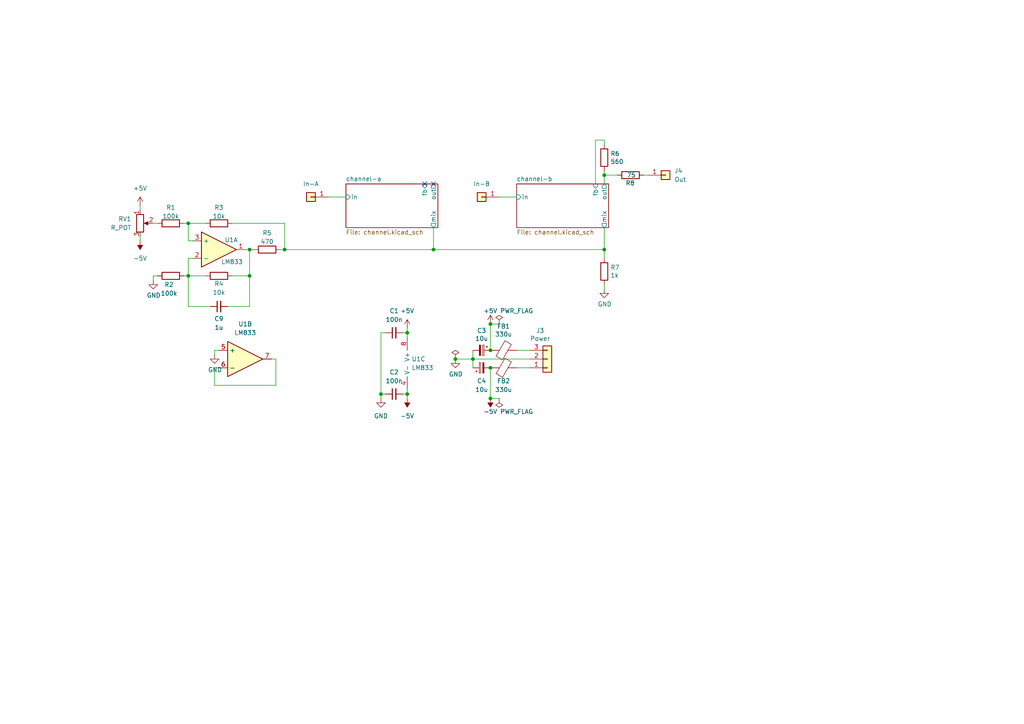
<source format=kicad_sch>
(kicad_sch (version 20250114) (generator "eeschema") (generator_version "9.0")
  (paper "A4")
  (lib_symbols
    (symbol "synkie_symbols:+5V" (power) (pin_names (offset 0))
      (property "Value" "+5V" (at 0 3.556 0))
      (symbol "+5V_0_1"
        (polyline (pts (xy -0.762 1.27) (xy 0 2.54)))
        (polyline (pts (xy 0 2.54) (xy 0.762 1.27)))
        (polyline (pts (xy 0 0) (xy 0 2.54)))
      )
      (symbol "+5V_1_1"
        (pin power_in line (at 0 0 90) (length 0) (hide yes) (name "+5V") (number "1"))
      )
    )
    (symbol "synkie_symbols:-5V" (power) (pin_names (offset 0))
      (property "Value" "-5V" (at 0 3.81 0))
      (symbol "-5V_0_0"
        (pin power_in line (at 0 0 90) (length 0) (hide yes) (name "-5V") (number "1"))
      )
      (symbol "-5V_0_1"
        (polyline (pts (xy 0 0) (xy 0 1.27) (xy 0.762 1.27) (xy 0 2.54) (xy -0.762 1.27) (xy 0 1.27)) (fill (type outline)))
      )
    )
    (symbol "synkie_symbols:CP_Small" (pin_numbers (hide yes)) (pin_names (offset 0.254) (hide yes))
      (property "Reference" "C" (at 0.254 1.778 0))
      (property "Value" "CP_Small" (at 0.254 -2.032 0))
      (symbol "CP_Small_0_1"
        (rectangle (start -1.524 0.6858) (end 1.524 0.3048))
        (rectangle (start -1.524 -0.3048) (end 1.524 -0.6858) (fill (type outline)))
        (polyline (pts (xy -1.27 1.524) (xy -0.762 1.524)))
        (polyline (pts (xy -1.016 1.27) (xy -1.016 1.778)))
      )
      (symbol "CP_Small_1_1"
        (pin passive line (at 0 2.54 270) (length 1.8542) (name "~") (number "1"))
        (pin passive line (at 0 -2.54 90) (length 1.8542) (name "~") (number "2"))
      )
    )
    (symbol "synkie_symbols:C_Small" (pin_numbers (hide yes)) (pin_names (offset 0.254) (hide yes))
      (property "Reference" "C" (at 0.254 1.778 0))
      (property "Value" "C_Small" (at 0.254 -2.032 0))
      (symbol "C_Small_0_1"
        (polyline (pts (xy -1.524 0.508) (xy 1.524 0.508)) (stroke (width 0.3048)))
        (polyline (pts (xy -1.524 -0.508) (xy 1.524 -0.508)) (stroke (width 0.3302)))
      )
      (symbol "C_Small_1_1"
        (pin passive line (at 0 2.54 270) (length 2.032) (name "~") (number "1"))
        (pin passive line (at 0 -2.54 90) (length 2.032) (name "~") (number "2"))
      )
    )
    (symbol "synkie_symbols:Conn_01x01" (pin_names (offset 1.016) (hide yes))
      (property "Reference" "J" (at 0 2.54 0))
      (property "Value" "Conn_01x01" (at 0 -2.54 0))
      (symbol "Conn_01x01_1_1"
        (rectangle (start -1.27 1.27) (end 1.27 -1.27) (stroke (width 0.254)) (fill (type background)))
        (rectangle (start -1.27 0.127) (end 0 -0.127) (stroke (width 0.1524)))
        (pin passive line (at -5.08 0 0) (length 3.81) (name "Pin_1") (number "1"))
      )
    )
    (symbol "synkie_symbols:Conn_01x03" (pin_names (offset 1.016) (hide yes))
      (property "Reference" "J" (at 0 5.08 0))
      (property "Value" "Conn_01x03" (at 0 -5.08 0))
      (symbol "Conn_01x03_1_1"
        (rectangle (start -1.27 3.81) (end 1.27 -3.81) (stroke (width 0.254)) (fill (type background)))
        (rectangle (start -1.27 2.667) (end 0 2.413) (stroke (width 0.1524)))
        (rectangle (start -1.27 0.127) (end 0 -0.127) (stroke (width 0.1524)))
        (rectangle (start -1.27 -2.413) (end 0 -2.667) (stroke (width 0.1524)))
        (pin passive line (at -5.08 2.54 0) (length 3.81) (name "Pin_1") (number "1"))
        (pin passive line (at -5.08 0 0) (length 3.81) (name "Pin_2") (number "2"))
        (pin passive line (at -5.08 -2.54 0) (length 3.81) (name "Pin_3") (number "3"))
      )
    )
    (symbol "synkie_symbols:Ferrite_Bead" (pin_numbers (hide yes)) (pin_names (offset 0))
      (property "Reference" "FB" (at -3.81 0.635 90))
      (property "Value" "Ferrite_Bead" (at 3.81 0 90))
      (symbol "Ferrite_Bead_0_1"
        (polyline (pts (xy -2.7686 0.4064) (xy -1.7018 2.2606) (xy 2.7686 -0.3048) (xy 1.6764 -2.159) (xy -2.7686 0.4064)))
        (polyline (pts (xy 0 1.27) (xy 0 1.2954)))
        (polyline (pts (xy 0 -1.27) (xy 0 -1.2192)))
      )
      (symbol "Ferrite_Bead_1_1"
        (pin passive line (at 0 3.81 270) (length 2.54) (name "~") (number "1"))
        (pin passive line (at 0 -3.81 90) (length 2.54) (name "~") (number "2"))
      )
    )
    (symbol "synkie_symbols:GND" (power) (pin_names (offset 0))
      (property "Value" "GND" (at 0 -3.81 0))
      (symbol "GND_0_1"
        (polyline (pts (xy 0 0) (xy 0 -1.27) (xy 1.27 -1.27) (xy 0 -2.54) (xy -1.27 -1.27) (xy 0 -1.27)))
      )
      (symbol "GND_1_1"
        (pin power_in line (at 0 0 270) (length 0) (hide yes) (name "GND") (number "1"))
      )
    )
    (symbol "synkie_symbols:Opamp_Dual_Generic"
      (property "Reference" "U" (at 0 5.08 0))
      (property "Value" "Opamp_Dual_Generic" (at 0 -5.08 0))
      (symbol "Opamp_Dual_Generic_1_1"
        (polyline (pts (xy -5.08 5.08) (xy 5.08 0) (xy -5.08 -5.08) (xy -5.08 5.08)) (stroke (width 0.254)) (fill (type background)))
        (pin input line (at -7.62 2.54 0) (length 2.54) (name "+") (number "3"))
        (pin input line (at -7.62 -2.54 0) (length 2.54) (name "-") (number "2"))
        (pin output line (at 7.62 0 180) (length 2.54) (name "~") (number "1"))
      )
      (symbol "Opamp_Dual_Generic_2_1"
        (polyline (pts (xy -5.08 5.08) (xy 5.08 0) (xy -5.08 -5.08) (xy -5.08 5.08)) (stroke (width 0.254)) (fill (type background)))
        (pin input line (at -7.62 2.54 0) (length 2.54) (name "+") (number "5"))
        (pin input line (at -7.62 -2.54 0) (length 2.54) (name "-") (number "6"))
        (pin output line (at 7.62 0 180) (length 2.54) (name "~") (number "7"))
      )
      (symbol "Opamp_Dual_Generic_3_1"
        (pin power_in line (at -2.54 7.62 270) (length 3.81) (name "V+") (number "8"))
        (pin power_in line (at -2.54 -7.62 90) (length 3.81) (name "V-") (number "4"))
      )
    )
    (symbol "synkie_symbols:PWR_FLAG" (power) (pin_numbers (hide yes)) (pin_names (offset 0) (hide yes))
      (property "Value" "PWR_FLAG" (at 0 3.81 0))
      (symbol "PWR_FLAG_0_0"
        (pin power_out line (at 0 0 90) (length 0) (name "pwr") (number "1"))
      )
      (symbol "PWR_FLAG_0_1"
        (polyline (pts (xy 0 0) (xy 0 1.27) (xy -1.016 1.905) (xy 0 2.54) (xy 1.016 1.905) (xy 0 1.27)))
      )
    )
    (symbol "synkie_symbols:R" (pin_numbers (hide yes)) (pin_names (offset 0))
      (property "Reference" "R" (at 2.032 0 90))
      (property "Value" "R" (at 0 0 90))
      (symbol "R_0_1"
        (rectangle (start -1.016 -2.54) (end 1.016 2.54) (stroke (width 0.254)))
      )
      (symbol "R_1_1"
        (pin passive line (at 0 3.81 270) (length 1.27) (name "~") (number "1"))
        (pin passive line (at 0 -3.81 90) (length 1.27) (name "~") (number "2"))
      )
    )
    (symbol "synkie_symbols:R_POT" (pin_names (offset 1.016) (hide yes))
      (property "Reference" "RV" (at -4.445 0 90))
      (property "Value" "R_POT" (at -2.54 0 90))
      (symbol "R_POT_0_1"
        (rectangle (start 1.016 2.54) (end -1.016 -2.54) (stroke (width 0.254)))
        (polyline (pts (xy 1.143 0) (xy 2.286 0.508) (xy 2.286 -0.508) (xy 1.143 0)) (fill (type outline)))
        (polyline (pts (xy 2.54 0) (xy 1.524 0)))
      )
      (symbol "R_POT_1_1"
        (pin passive line (at 0 3.81 270) (length 1.27) (name "1") (number "1"))
        (pin passive line (at 0 -3.81 90) (length 1.27) (name "3") (number "3"))
        (pin passive line (at 3.81 0 180) (length 1.27) (name "2") (number "2"))
      )
    )
  )
  (junction (at 54.61 64.77))
  (junction (at 54.61 80.01))
  (junction (at 137.16 104.14))
  (junction (at 72.39 80.01))
  (junction (at 110.49 114.3))
  (junction (at 118.11 96.52))
  (junction (at 125.73 72.39))
  (junction (at 82.55 72.39))
  (junction (at 118.11 114.3))
  (junction (at 72.39 72.39))
  (junction (at 142.24 93.98))
  (junction (at 132.08 104.14))
  (junction (at 142.24 106.68))
  (junction (at 142.24 101.6))
  (junction (at 142.24 115.57))
  (junction (at 175.26 72.39))
  (junction (at 175.26 50.8))
  (no_connect (at 123.19 53.34))
  (no_connect (at 125.73 53.34))
  (wire (pts (xy 63.5 101.6) (xy 62.23 101.6)))
  (wire (pts (xy 175.26 82.55) (xy 175.26 83.82)))
  (wire (pts (xy 144.78 115.57) (xy 142.24 115.57)))
  (wire (pts (xy 72.39 88.9) (xy 72.39 80.01)))
  (wire (pts (xy 44.45 80.01) (xy 44.45 81.28)))
  (wire (pts (xy 54.61 88.9) (xy 54.61 80.01)))
  (wire (pts (xy 45.72 80.01) (xy 44.45 80.01)))
  (wire (pts (xy 132.08 104.14) (xy 137.16 104.14)))
  (wire (pts (xy 82.55 72.39) (xy 125.73 72.39)))
  (wire (pts (xy 125.73 72.39) (xy 175.26 72.39)))
  (wire (pts (xy 149.86 106.68) (xy 153.67 106.68)))
  (wire (pts (xy 40.64 68.58) (xy 40.64 69.85)))
  (wire (pts (xy 186.69 50.8) (xy 187.96 50.8)))
  (wire (pts (xy 175.26 72.39) (xy 175.26 66.04)))
  (wire (pts (xy 80.01 104.14) (xy 78.74 104.14)))
  (wire (pts (xy 55.88 69.85) (xy 54.61 69.85)))
  (wire (pts (xy 40.64 59.69) (xy 40.64 60.96)))
  (wire (pts (xy 116.84 114.3) (xy 118.11 114.3)))
  (wire (pts (xy 54.61 74.93) (xy 54.61 80.01)))
  (wire (pts (xy 62.23 106.68) (xy 62.23 111.76)))
  (wire (pts (xy 53.34 64.77) (xy 54.61 64.77)))
  (wire (pts (xy 95.25 57.15) (xy 100.33 57.15)))
  (wire (pts (xy 137.16 106.68) (xy 137.16 104.14)))
  (wire (pts (xy 55.88 74.93) (xy 54.61 74.93)))
  (wire (pts (xy 118.11 95.25) (xy 118.11 96.52)))
  (wire (pts (xy 53.34 80.01) (xy 54.61 80.01)))
  (wire (pts (xy 118.11 96.52) (xy 118.11 97.79)))
  (wire (pts (xy 125.73 66.04) (xy 125.73 72.39)))
  (wire (pts (xy 175.26 49.53) (xy 175.26 50.8)))
  (wire (pts (xy 44.45 64.77) (xy 45.72 64.77)))
  (wire (pts (xy 67.31 80.01) (xy 72.39 80.01)))
  (wire (pts (xy 63.5 106.68) (xy 62.23 106.68)))
  (wire (pts (xy 81.28 72.39) (xy 82.55 72.39)))
  (wire (pts (xy 111.76 114.3) (xy 110.49 114.3)))
  (wire (pts (xy 54.61 80.01) (xy 59.69 80.01)))
  (wire (pts (xy 62.23 101.6) (xy 62.23 102.87)))
  (wire (pts (xy 116.84 96.52) (xy 118.11 96.52)))
  (wire (pts (xy 175.26 50.8) (xy 175.26 53.34)))
  (wire (pts (xy 62.23 111.76) (xy 80.01 111.76)))
  (wire (pts (xy 54.61 64.77) (xy 59.69 64.77)))
  (wire (pts (xy 144.78 93.98) (xy 142.24 93.98)))
  (wire (pts (xy 80.01 111.76) (xy 80.01 104.14)))
  (wire (pts (xy 110.49 114.3) (xy 110.49 115.57)))
  (wire (pts (xy 175.26 41.91) (xy 175.26 40.64)))
  (wire (pts (xy 67.31 64.77) (xy 82.55 64.77)))
  (wire (pts (xy 137.16 104.14) (xy 153.67 104.14)))
  (wire (pts (xy 66.04 88.9) (xy 72.39 88.9)))
  (wire (pts (xy 118.11 113.03) (xy 118.11 114.3)))
  (wire (pts (xy 142.24 115.57) (xy 142.24 106.68)))
  (wire (pts (xy 118.11 114.3) (xy 118.11 115.57)))
  (wire (pts (xy 72.39 72.39) (xy 73.66 72.39)))
  (wire (pts (xy 110.49 96.52) (xy 110.49 114.3)))
  (wire (pts (xy 60.96 88.9) (xy 54.61 88.9)))
  (wire (pts (xy 72.39 72.39) (xy 72.39 80.01)))
  (wire (pts (xy 175.26 50.8) (xy 179.07 50.8)))
  (wire (pts (xy 111.76 96.52) (xy 110.49 96.52)))
  (wire (pts (xy 175.26 72.39) (xy 175.26 74.93)))
  (wire (pts (xy 175.26 40.64) (xy 172.72 40.64)))
  (wire (pts (xy 137.16 101.6) (xy 137.16 104.14)))
  (wire (pts (xy 172.72 40.64) (xy 172.72 53.34)))
  (wire (pts (xy 82.55 64.77) (xy 82.55 72.39)))
  (wire (pts (xy 142.24 93.98) (xy 142.24 101.6)))
  (wire (pts (xy 149.86 101.6) (xy 153.67 101.6)))
  (wire (pts (xy 54.61 64.77) (xy 54.61 69.85)))
  (wire (pts (xy 144.78 57.15) (xy 149.86 57.15)))
  (wire (pts (xy 71.12 72.39) (xy 72.39 72.39)))
  (symbol (lib_id "synkie_symbols:PWR_FLAG") (at 132.08 104.14 0) (unit 1)
    (property "Reference" "#FLG01" (effects (hide yes)))
    (property "Value" "PWR_FLAG" (effects (hide yes)))
    (property "Description" "Special symbol for telling ERC where power comes from" (effects (hide yes)))
  )
  (symbol (lib_id "synkie_symbols:PWR_FLAG") (at 144.78 93.98 0) (unit 1)
    (property "Reference" "#FLG02" (effects (hide yes)))
    (property "Value" "PWR_FLAG" (at 149.86 90.17 0))
    (property "Description" "Special symbol for telling ERC where power comes from" (effects (hide yes)))
  )
  (symbol (lib_id "synkie_symbols:PWR_FLAG") (at 144.78 115.57 180) (unit 1)
    (property "Reference" "#FLG03" (effects (hide yes)))
    (property "Value" "PWR_FLAG" (at 149.86 119.38 0))
    (property "Description" "Special symbol for telling ERC where power comes from" (effects (hide yes)))
  )
  (symbol (lib_id "synkie_symbols:Ferrite_Bead") (at 146.05 101.6 270) (unit 1)
    (property "Reference" "FB1" (at 146.05 94.6404 90))
    (property "Value" "330u" (at 146.05 96.9518 90))
    (property "Footprint" "synkie_footprints:L_0805_2012Metric_Pad1.15x1.40mm_HandSolder" (effects (hide yes)))
    (property "Description" "Ferrite bead" (effects (hide yes)))
  )
  (symbol (lib_id "synkie_symbols:Ferrite_Bead") (at 146.05 106.68 270) (unit 1)
    (property "Reference" "FB2" (at 146.05 110.49 90))
    (property "Value" "330u" (at 146.05 113.03 90))
    (property "Footprint" "synkie_footprints:L_0805_2012Metric_Pad1.15x1.40mm_HandSolder" (effects (hide yes)))
    (property "Description" "Ferrite bead" (effects (hide yes)))
  )
  (symbol (lib_id "synkie_symbols:Conn_01x01") (at 90.17 57.15 0) (mirror y) (unit 1)
    (property "Reference" "J1" (effects (hide yes)))
    (property "Value" "In-A" (at 90.17 53.34 0))
    (property "Footprint" "synkie_footprints:Solderpad-SYNKIEPAD-2mm" (effects (hide yes)))
    (property "Description" "Generic connector, single row, 01x01, script generated (kicad-library-utils/schlib/autogen/connector/)" (effects (hide yes)))
  )
  (symbol (lib_id "synkie_symbols:R") (at 49.53 64.77 90) (unit 1)
    (property "Reference" "R1" (at 49.53 60.198 90))
    (property "Value" "100k" (at 49.53 62.738 90))
    (property "Footprint" "synkie_footprints:R_0805_2012Metric_Pad1.15x1.40mm_HandSolder" (effects (hide yes)))
    (property "Description" "Resistor" (effects (hide yes)))
  )
  (symbol (lib_id "synkie_symbols:GND") (at 44.45 81.28 0) (unit 1)
    (property "Reference" "#PWR03" (effects (hide yes)))
    (property "Value" "GND" (at 44.577 85.6742 0))
    (property "Description" "Power symbol creates a global label with name \"GND\" , ground" (effects (hide yes)))
  )
  (symbol (lib_id "synkie_symbols:Opamp_Dual_Generic") (at 63.5 72.39 0) (unit 1)
    (property "Reference" "U1" (at 67.056 69.596 0))
    (property "Value" "LM833" (at 67.31 75.946 0))
    (property "Footprint" "synkie_footprints:SOIC-8_3.9x4.9mm_P1.27mm" (effects (hide yes)))
    (property "Description" "Dual operational amplifier" (effects (hide yes)))
  )
  (symbol (lib_id "synkie_symbols:Opamp_Dual_Generic") (at 120.65 105.41 0) (unit 3)
    (property "Reference" "U1" (at 119.38 104.1399 0) (effects (justify left)))
    (property "Value" "LM833" (at 119.38 106.6799 0) (effects (justify left)))
    (property "Footprint" "synkie_footprints:SOIC-8_3.9x4.9mm_P1.27mm" (effects (hide yes)))
    (property "Description" "Dual operational amplifier" (effects (hide yes)))
  )
  (symbol (lib_id "synkie_symbols:Conn_01x01") (at 193.04 50.8 0) (unit 1)
    (property "Reference" "J4" (at 195.58 49.5299 0) (effects (justify left)))
    (property "Value" "Out" (at 195.58 52.0699 0) (effects (justify left)))
    (property "Footprint" "synkie_footprints:Solderpad-SYNKIEPAD-2mm" (effects (hide yes)))
    (property "Description" "Generic connector, single row, 01x01, script generated (kicad-library-utils/schlib/autogen/connector/)" (effects (hide yes)))
  )
  (symbol (lib_id "synkie_symbols:C_Small") (at 114.3 114.3 90) (unit 1)
    (property "Reference" "C2" (at 114.3063 107.95 90))
    (property "Value" "100n" (at 114.3063 110.49 90))
    (property "Footprint" "synkie_footprints:C_0603_1608Metric_Pad1.05x0.95mm_HandSolder" (effects (hide yes)))
    (property "Description" "Unpolarized capacitor, small symbol" (effects (hide yes)))
  )
  (symbol (lib_id "synkie_symbols:R") (at 63.5 64.77 90) (unit 1)
    (property "Reference" "R3" (at 63.5 60.198 90))
    (property "Value" "10k" (at 63.5 62.738 90))
    (property "Footprint" "synkie_footprints:R_0805_2012Metric_Pad1.15x1.40mm_HandSolder" (effects (hide yes)))
    (property "Description" "Resistor" (effects (hide yes)))
  )
  (symbol (lib_id "synkie_symbols:GND") (at 175.26 83.82 0) (unit 1)
    (property "Reference" "#PWR011" (effects (hide yes)))
    (property "Value" "GND" (at 175.387 88.2142 0))
    (property "Description" "Power symbol creates a global label with name \"GND\" , ground" (effects (hide yes)))
  )
  (symbol (lib_id "synkie_symbols:+5V") (at 142.24 93.98 0) (unit 1)
    (property "Reference" "#PWR09" (effects (hide yes)))
    (property "Value" "+5V" (at 142.24 90.17 0))
    (property "Description" "Power symbol creates a global label with name \"+5V\"" (effects (hide yes)))
  )
  (symbol (lib_id "synkie_symbols:R_POT") (at 40.64 64.77 0) (unit 1)
    (property "Reference" "RV1" (at 38.1 63.4999 0) (effects (justify right)))
    (property "Value" "R_POT" (at 38.1 66.0399 0) (effects (justify right)))
    (property "Footprint" "synkie_footprints:Potentiometer_Alps_RK09K_Single_Vertical" (effects (hide yes)))
    (property "Description" "Potentiometer" (effects (hide yes)))
  )
  (symbol (lib_id "synkie_symbols:-5V") (at 118.11 115.57 180) (unit 1)
    (property "Reference" "#PWR07" (effects (hide yes)))
    (property "Value" "-5V" (at 118.11 120.65 0))
    (property "Description" "Power symbol creates a global label with name \"-5V\"" (effects (hide yes)))
  )
  (symbol (lib_id "synkie_symbols:Opamp_Dual_Generic") (at 71.12 104.14 0) (unit 2)
    (property "Reference" "U1" (at 71.12 93.98 0))
    (property "Value" "LM833" (at 71.12 96.52 0))
    (property "Footprint" "synkie_footprints:SOIC-8_3.9x4.9mm_P1.27mm" (effects (hide yes)))
    (property "Description" "Dual operational amplifier" (effects (hide yes)))
  )
  (symbol (lib_id "synkie_symbols:-5V") (at 142.24 115.57 180) (unit 1)
    (property "Reference" "#PWR010" (effects (hide yes)))
    (property "Value" "-5V" (at 142.24 119.38 0))
    (property "Description" "Power symbol creates a global label with name \"-5V\"" (effects (hide yes)))
  )
  (symbol (lib_id "synkie_symbols:GND") (at 110.49 115.57 0) (unit 1)
    (property "Reference" "#PWR05" (effects (hide yes)))
    (property "Value" "GND" (at 110.49 120.65 0))
    (property "Description" "Power symbol creates a global label with name \"GND\" , ground" (effects (hide yes)))
  )
  (symbol (lib_id "synkie_symbols:C_Small") (at 63.5 88.9 90) (unit 1)
    (property "Reference" "C9" (at 63.5 92.456 90))
    (property "Value" "1u" (at 63.5 94.996 90))
    (property "Footprint" "synkie_footprints:C_0603_1608Metric_Pad1.05x0.95mm_HandSolder" (effects (hide yes)))
    (property "Description" "Unpolarized capacitor, small symbol" (effects (hide yes)))
  )
  (symbol (lib_id "synkie_symbols:R") (at 175.26 45.72 0) (unit 1)
    (property "Reference" "R6" (at 177.038 44.5516 0) (effects (justify left)))
    (property "Value" "560" (at 177.038 46.863 0) (effects (justify left)))
    (property "Footprint" "synkie_footprints:R_0805_2012Metric_Pad1.15x1.40mm_HandSolder" (effects (hide yes)))
    (property "Description" "Resistor" (effects (hide yes)))
  )
  (symbol (lib_id "synkie_symbols:R") (at 49.53 80.01 90) (unit 1)
    (property "Reference" "R2" (at 49.022 82.55 90))
    (property "Value" "100k" (at 49.022 85.09 90))
    (property "Footprint" "synkie_footprints:R_0805_2012Metric_Pad1.15x1.40mm_HandSolder" (effects (hide yes)))
    (property "Description" "Resistor" (effects (hide yes)))
  )
  (symbol (lib_id "synkie_symbols:Conn_01x03") (at 158.75 104.14 0) (mirror x) (unit 1)
    (property "Reference" "J3" (at 156.6672 95.885 0))
    (property "Value" "Power" (at 156.6672 98.1964 0))
    (property "Footprint" "synkie_footprints:Molex_KK-254_AE-6410-03A_1x03_P2.54mm_Vertical" (effects (hide yes)))
    (property "Description" "Generic connector, single row, 01x03, script generated (kicad-library-utils/schlib/autogen/connector/)" (effects (hide yes)))
  )
  (symbol (lib_id "synkie_symbols:GND") (at 62.23 102.87 0) (unit 1)
    (property "Reference" "#PWR04" (effects (hide yes)))
    (property "Value" "GND" (at 62.357 107.2642 0))
    (property "Description" "Power symbol creates a global label with name \"GND\" , ground" (effects (hide yes)))
  )
  (symbol (lib_id "synkie_symbols:GND") (at 132.08 104.14 0) (unit 1)
    (property "Reference" "#PWR08" (effects (hide yes)))
    (property "Value" "GND" (at 132.207 108.5342 0))
    (property "Description" "Power symbol creates a global label with name \"GND\" , ground" (effects (hide yes)))
  )
  (symbol (lib_id "synkie_symbols:CP_Small") (at 139.7 106.68 90) (unit 1)
    (property "Reference" "C4" (at 139.7 110.49 90))
    (property "Value" "10u" (at 139.7 113.03 90))
    (property "Footprint" "synkie_footprints:C_0805_2012Metric_Pad1.15x1.40mm_HandSolder" (effects (hide yes)))
    (property "Description" "Polarized capacitor, small symbol" (effects (hide yes)))
  )
  (symbol (lib_id "synkie_symbols:R") (at 175.26 78.74 0) (unit 1)
    (property "Reference" "R7" (at 177.038 77.5716 0) (effects (justify left)))
    (property "Value" "1k" (at 177.038 79.883 0) (effects (justify left)))
    (property "Footprint" "synkie_footprints:R_0805_2012Metric_Pad1.15x1.40mm_HandSolder" (effects (hide yes)))
    (property "Description" "Resistor" (effects (hide yes)))
  )
  (symbol (lib_id "synkie_symbols:-5V") (at 40.64 69.85 180) (unit 1)
    (property "Reference" "#PWR02" (effects (hide yes)))
    (property "Value" "-5V" (at 40.64 74.93 0))
    (property "Description" "Power symbol creates a global label with name \"-5V\"" (effects (hide yes)))
  )
  (symbol (lib_id "synkie_symbols:R") (at 77.47 72.39 90) (unit 1)
    (property "Reference" "R5" (at 77.47 67.564 90))
    (property "Value" "470" (at 77.47 70.104 90))
    (property "Footprint" "synkie_footprints:R_0805_2012Metric_Pad1.15x1.40mm_HandSolder" (effects (hide yes)))
    (property "Description" "Resistor" (effects (hide yes)))
  )
  (symbol (lib_id "synkie_symbols:+5V") (at 118.11 95.25 0) (unit 1)
    (property "Reference" "#PWR06" (effects (hide yes)))
    (property "Value" "+5V" (at 118.11 90.17 0))
    (property "Description" "Power symbol creates a global label with name \"+5V\"" (effects (hide yes)))
  )
  (symbol (lib_id "synkie_symbols:R") (at 63.5 80.01 90) (unit 1)
    (property "Reference" "R4" (at 63.5 82.296 90))
    (property "Value" "10k" (at 63.5 84.836 90))
    (property "Footprint" "synkie_footprints:R_0805_2012Metric_Pad1.15x1.40mm_HandSolder" (effects (hide yes)))
    (property "Description" "Resistor" (effects (hide yes)))
  )
  (symbol (lib_id "synkie_symbols:CP_Small") (at 139.7 101.6 270) (unit 1)
    (property "Reference" "C3" (at 139.7 95.885 90))
    (property "Value" "10u" (at 139.7 98.1964 90))
    (property "Footprint" "synkie_footprints:C_0805_2012Metric_Pad1.15x1.40mm_HandSolder" (effects (hide yes)))
    (property "Description" "Polarized capacitor, small symbol" (effects (hide yes)))
  )
  (symbol (lib_id "synkie_symbols:+5V") (at 40.64 59.69 0) (unit 1)
    (property "Reference" "#PWR01" (effects (hide yes)))
    (property "Value" "+5V" (at 40.64 54.61 0))
    (property "Description" "Power symbol creates a global label with name \"+5V\"" (effects (hide yes)))
  )
  (symbol (lib_id "synkie_symbols:Conn_01x01") (at 139.7 57.15 0) (mirror y) (unit 1)
    (property "Reference" "J2" (effects (hide yes)))
    (property "Value" "In-B" (at 139.7 53.34 0))
    (property "Footprint" "synkie_footprints:Solderpad-SYNKIEPAD-2mm" (effects (hide yes)))
    (property "Description" "Generic connector, single row, 01x01, script generated (kicad-library-utils/schlib/autogen/connector/)" (effects (hide yes)))
  )
  (symbol (lib_id "synkie_symbols:R") (at 182.88 50.8 90) (unit 1)
    (property "Reference" "R8" (at 184.15 53.086 90) (effects (justify left)))
    (property "Value" "75" (at 184.404 50.8 90) (effects (justify left)))
    (property "Footprint" "synkie_footprints:R_0805_2012Metric_Pad1.15x1.40mm_HandSolder" (effects (hide yes)))
    (property "Description" "Resistor" (effects (hide yes)))
  )
  (symbol (lib_id "synkie_symbols:C_Small") (at 114.3 96.52 90) (unit 1)
    (property "Reference" "C1" (at 114.3063 90.17 90))
    (property "Value" "100n" (at 114.3063 92.71 90))
    (property "Footprint" "synkie_footprints:C_0603_1608Metric_Pad1.05x0.95mm_HandSolder" (effects (hide yes)))
    (property "Description" "Unpolarized capacitor, small symbol" (effects (hide yes)))
  )
  (sheet (at 149.86 53.34) (size 26.67 12.7) (stroke (width 0.1524))
    (property "Sheetname" "channel-b" (at 149.86 52.6284 0) (effects (justify left bottom)))
    (property "Sheetfile" "channel.kicad_sch" (at 149.86 66.6246 0) (effects (justify left top)))
    (pin "fb" input (at 172.72 53.34 90))
    (pin "in" input (at 149.86 57.15 180))
    (pin "out" output (at 175.26 53.34 90))
    (pin "mix" output (at 175.26 66.04 270))
  )
  (sheet (at 100.33 53.34) (size 26.67 12.7) (stroke (width 0.1524))
    (property "Sheetname" "channel-a" (at 100.33 52.6284 0) (effects (justify left bottom)))
    (property "Sheetfile" "channel.kicad_sch" (at 100.33 66.6246 0) (effects (justify left top)))
    (pin "fb" input (at 123.19 53.34 90))
    (pin "in" input (at 100.33 57.15 180))
    (pin "out" output (at 125.73 53.34 90))
    (pin "mix" output (at 125.73 66.04 270))
  )
)
</source>
